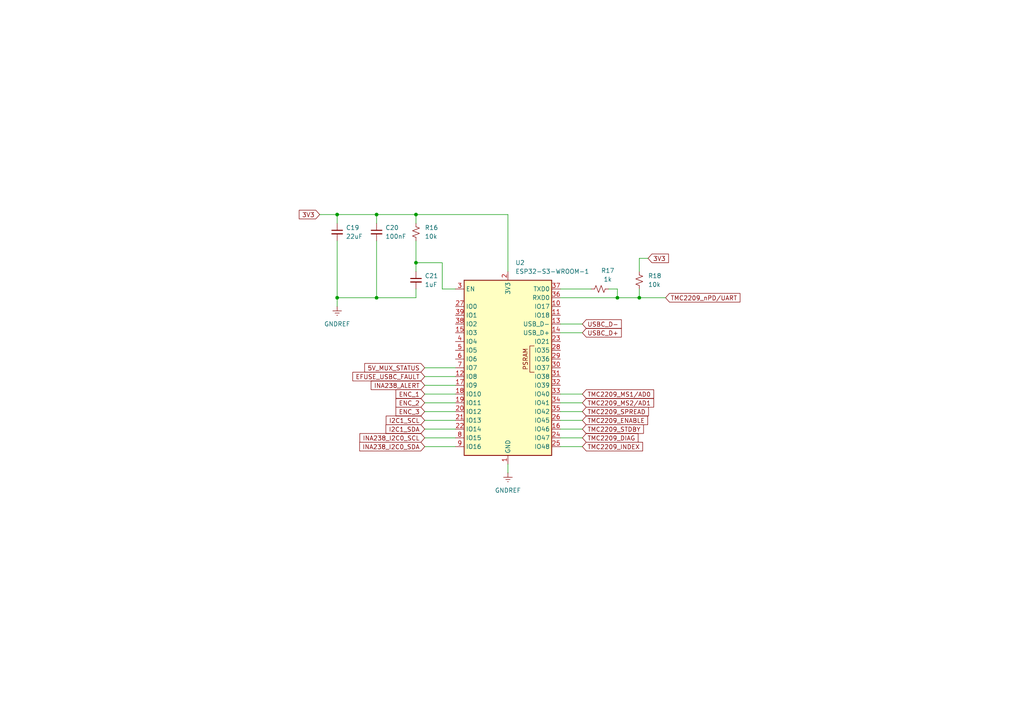
<source format=kicad_sch>
(kicad_sch (version 20250114) (generator "eeschema") (generator_version "9.0")
  (paper "A4")
  (lib_symbols
    (symbol "Device:C_Small" (pin_numbers (hide yes)) (pin_names (offset 0.254) (hide yes))
      (property "Reference" "C" (at 0.254 1.778 0))
      (property "Value" "C_Small" (at 0.254 -2.032 0))
      (symbol "C_Small_0_1"
        (polyline (pts (xy -1.524 0.508) (xy 1.524 0.508)) (stroke (width 0.3048)))
        (polyline (pts (xy -1.524 -0.508) (xy 1.524 -0.508)) (stroke (width 0.3302)))
      )
      (symbol "C_Small_1_1"
        (pin passive line (at 0 2.54 270) (length 2.032) (name "~") (number "1"))
        (pin passive line (at 0 -2.54 90) (length 2.032) (name "~") (number "2"))
      )
    )
    (symbol "Device:R_Small_US" (pin_numbers (hide yes)) (pin_names (offset 0.254) (hide yes))
      (property "Reference" "R" (at 0.762 0.508 0))
      (property "Value" "R_Small_US" (at 0.762 -1.016 0))
      (symbol "R_Small_US_1_1"
        (polyline (pts (xy 0 1.524) (xy 1.016 1.143) (xy 0 0.762) (xy -1.016 0.381) (xy 0 0)))
        (polyline (pts (xy 0 0) (xy 1.016 -0.381) (xy 0 -0.762) (xy -1.016 -1.143) (xy 0 -1.524)))
        (pin passive line (at 0 2.54 270) (length 1.016) (name "~") (number "1"))
        (pin passive line (at 0 -2.54 90) (length 1.016) (name "~") (number "2"))
      )
    )
    (symbol "RF_Module:ESP32-S3-WROOM-1"
      (property "Reference" "U" (at -12.7 26.67 0))
      (property "Value" "ESP32-S3-WROOM-1" (at 12.7 26.67 0))
      (symbol "ESP32-S3-WROOM-1_0_0"
        (rectangle (start -12.7 25.4) (end 12.7 -25.4) (stroke (width 0.254)) (fill (type background)))
        (text "PSRAM" (at 5.08 2.54 900) (effects (font (size 1.27 1.27))))
      )
      (symbol "ESP32-S3-WROOM-1_0_1"
        (polyline (pts (xy 7.62 -1.27) (xy 6.35 -1.27) (xy 6.35 6.35) (xy 7.62 6.35)))
      )
      (symbol "ESP32-S3-WROOM-1_1_1"
        (pin input line (at -15.24 22.86 0) (length 2.54) (name "EN") (number "3"))
        (pin bidirectional line (at -15.24 17.78 0) (length 2.54) (name "IO0") (number "27"))
        (pin bidirectional line (at -15.24 15.24 0) (length 2.54) (name "IO1") (number "39"))
        (pin bidirectional line (at -15.24 12.7 0) (length 2.54) (name "IO2") (number "38"))
        (pin bidirectional line (at -15.24 10.16 0) (length 2.54) (name "IO3") (number "15"))
        (pin bidirectional line (at -15.24 7.62 0) (length 2.54) (name "IO4") (number "4"))
        (pin bidirectional line (at -15.24 5.08 0) (length 2.54) (name "IO5") (number "5"))
        (pin bidirectional line (at -15.24 2.54 0) (length 2.54) (name "IO6") (number "6"))
        (pin bidirectional line (at -15.24 0 0) (length 2.54) (name "IO7") (number "7"))
        (pin bidirectional line (at -15.24 -2.54 0) (length 2.54) (name "IO8") (number "12"))
        (pin bidirectional line (at -15.24 -5.08 0) (length 2.54) (name "IO9") (number "17"))
        (pin bidirectional line (at -15.24 -7.62 0) (length 2.54) (name "IO10") (number "18"))
        (pin bidirectional line (at -15.24 -10.16 0) (length 2.54) (name "IO11") (number "19"))
        (pin bidirectional line (at -15.24 -12.7 0) (length 2.54) (name "IO12") (number "20"))
        (pin bidirectional line (at -15.24 -15.24 0) (length 2.54) (name "IO13") (number "21"))
        (pin bidirectional line (at -15.24 -17.78 0) (length 2.54) (name "IO14") (number "22"))
        (pin bidirectional line (at -15.24 -20.32 0) (length 2.54) (name "IO15") (number "8"))
        (pin bidirectional line (at -15.24 -22.86 0) (length 2.54) (name "IO16") (number "9"))
        (pin power_in line (at 0 27.94 270) (length 2.54) (name "3V3") (number "2"))
        (pin power_in line (at 0 -27.94 90) (length 2.54) (name "GND") (number "1"))
        (pin passive line (at 0 -27.94 90) (length 2.54) (hide yes) (name "GND") (number "40"))
        (pin passive line (at 0 -27.94 90) (length 2.54) (hide yes) (name "GND") (number "41"))
        (pin bidirectional line (at 15.24 22.86 180) (length 2.54) (name "TXD0") (number "37"))
        (pin bidirectional line (at 15.24 20.32 180) (length 2.54) (name "RXD0") (number "36"))
        (pin bidirectional line (at 15.24 17.78 180) (length 2.54) (name "IO17") (number "10"))
        (pin bidirectional line (at 15.24 15.24 180) (length 2.54) (name "IO18") (number "11"))
        (pin bidirectional line (at 15.24 12.7 180) (length 2.54) (name "USB_D-") (number "13"))
        (pin bidirectional line (at 15.24 10.16 180) (length 2.54) (name "USB_D+") (number "14"))
        (pin bidirectional line (at 15.24 7.62 180) (length 2.54) (name "IO21") (number "23"))
        (pin bidirectional line (at 15.24 5.08 180) (length 2.54) (name "IO35") (number "28"))
        (pin bidirectional line (at 15.24 2.54 180) (length 2.54) (name "IO36") (number "29"))
        (pin bidirectional line (at 15.24 0 180) (length 2.54) (name "IO37") (number "30"))
        (pin bidirectional line (at 15.24 -2.54 180) (length 2.54) (name "IO38") (number "31"))
        (pin bidirectional line (at 15.24 -5.08 180) (length 2.54) (name "IO39") (number "32"))
        (pin bidirectional line (at 15.24 -7.62 180) (length 2.54) (name "IO40") (number "33"))
        (pin bidirectional line (at 15.24 -10.16 180) (length 2.54) (name "IO41") (number "34"))
        (pin bidirectional line (at 15.24 -12.7 180) (length 2.54) (name "IO42") (number "35"))
        (pin bidirectional line (at 15.24 -15.24 180) (length 2.54) (name "IO45") (number "26"))
        (pin bidirectional line (at 15.24 -17.78 180) (length 2.54) (name "IO46") (number "16"))
        (pin bidirectional line (at 15.24 -20.32 180) (length 2.54) (name "IO47") (number "24"))
        (pin bidirectional line (at 15.24 -22.86 180) (length 2.54) (name "IO48") (number "25"))
      )
    )
    (symbol "power:GNDREF" (power) (pin_numbers (hide yes)) (pin_names (offset 0) (hide yes))
      (property "Value" "GNDREF" (at 0 -3.81 0))
      (symbol "GNDREF_0_1"
        (polyline (pts (xy -0.635 -1.905) (xy 0.635 -1.905)))
        (polyline (pts (xy -0.127 -2.54) (xy 0.127 -2.54)))
        (polyline (pts (xy 0 -1.27) (xy 0 0)))
        (polyline (pts (xy 1.27 -1.27) (xy -1.27 -1.27)))
      )
      (symbol "GNDREF_1_1"
        (pin power_in line (at 0 0 270) (length 0) (name "~") (number "1"))
      )
    )
  )
  (junction (at 179.07 86.36))
  (junction (at 109.22 86.36))
  (junction (at 97.79 86.36))
  (junction (at 97.79 62.23))
  (junction (at 120.65 62.23))
  (junction (at 185.42 86.36))
  (junction (at 109.22 62.23))
  (junction (at 120.65 76.2))
  (wire (pts (xy 123.19 119.38) (xy 132.08 119.38)))
  (wire (pts (xy 123.19 114.3) (xy 132.08 114.3)))
  (wire (pts (xy 162.56 83.82) (xy 171.45 83.82)))
  (wire (pts (xy 92.71 62.23) (xy 97.79 62.23)))
  (wire (pts (xy 185.42 86.36) (xy 179.07 86.36)))
  (wire (pts (xy 97.79 86.36) (xy 97.79 88.9)))
  (wire (pts (xy 168.91 121.92) (xy 162.56 121.92)))
  (wire (pts (xy 162.56 86.36) (xy 179.07 86.36)))
  (wire (pts (xy 97.79 62.23) (xy 109.22 62.23)))
  (wire (pts (xy 185.42 74.93) (xy 185.42 78.74)))
  (wire (pts (xy 128.27 76.2) (xy 128.27 83.82)))
  (wire (pts (xy 123.19 106.68) (xy 132.08 106.68)))
  (wire (pts (xy 120.65 86.36) (xy 109.22 86.36)))
  (wire (pts (xy 168.91 124.46) (xy 162.56 124.46)))
  (wire (pts (xy 123.19 121.92) (xy 132.08 121.92)))
  (wire (pts (xy 128.27 83.82) (xy 132.08 83.82)))
  (wire (pts (xy 120.65 62.23) (xy 120.65 64.77)))
  (wire (pts (xy 168.91 114.3) (xy 162.56 114.3)))
  (wire (pts (xy 123.19 127) (xy 132.08 127)))
  (wire (pts (xy 120.65 62.23) (xy 147.32 62.23)))
  (wire (pts (xy 120.65 76.2) (xy 120.65 78.74)))
  (wire (pts (xy 109.22 62.23) (xy 109.22 64.77)))
  (wire (pts (xy 97.79 86.36) (xy 109.22 86.36)))
  (wire (pts (xy 168.91 93.98) (xy 162.56 93.98)))
  (wire (pts (xy 109.22 62.23) (xy 120.65 62.23)))
  (wire (pts (xy 123.19 111.76) (xy 132.08 111.76)))
  (wire (pts (xy 179.07 86.36) (xy 179.07 83.82)))
  (wire (pts (xy 123.19 109.22) (xy 132.08 109.22)))
  (wire (pts (xy 120.65 83.82) (xy 120.65 86.36)))
  (wire (pts (xy 109.22 86.36) (xy 109.22 69.85)))
  (wire (pts (xy 97.79 69.85) (xy 97.79 86.36)))
  (wire (pts (xy 168.91 127) (xy 162.56 127)))
  (wire (pts (xy 185.42 86.36) (xy 193.04 86.36)))
  (wire (pts (xy 147.32 137.16) (xy 147.32 134.62)))
  (wire (pts (xy 147.32 62.23) (xy 147.32 78.74)))
  (wire (pts (xy 179.07 83.82) (xy 176.53 83.82)))
  (wire (pts (xy 97.79 62.23) (xy 97.79 64.77)))
  (wire (pts (xy 168.91 96.52) (xy 162.56 96.52)))
  (wire (pts (xy 168.91 119.38) (xy 162.56 119.38)))
  (wire (pts (xy 168.91 116.84) (xy 162.56 116.84)))
  (wire (pts (xy 168.91 129.54) (xy 162.56 129.54)))
  (wire (pts (xy 187.96 74.93) (xy 185.42 74.93)))
  (wire (pts (xy 120.65 69.85) (xy 120.65 76.2)))
  (wire (pts (xy 123.19 116.84) (xy 132.08 116.84)))
  (wire (pts (xy 123.19 124.46) (xy 132.08 124.46)))
  (wire (pts (xy 185.42 83.82) (xy 185.42 86.36)))
  (wire (pts (xy 120.65 76.2) (xy 128.27 76.2)))
  (wire (pts (xy 123.19 129.54) (xy 132.08 129.54)))
  (global_label "INA238_I2C0_SDA" (shape input) (at 123.19 129.54 180) (property "Intersheetrefs" "${INTERSHEET_REFS}" (effects (hide yes))))
  (global_label "5V_MUX_STATUS" (shape input) (at 123.19 106.68 180) (property "Intersheetrefs" "${INTERSHEET_REFS}" (effects (hide yes))))
  (global_label "TMC2209_nPD{slash}UART" (shape input) (at 193.04 86.36 0) (property "Intersheetrefs" "${INTERSHEET_REFS}" (effects (hide yes))))
  (global_label "ENC_3" (shape input) (at 123.19 119.38 180) (property "Intersheetrefs" "${INTERSHEET_REFS}" (effects (hide yes))))
  (global_label "USBC_D+" (shape input) (at 168.91 96.52 0) (property "Intersheetrefs" "${INTERSHEET_REFS}" (effects (hide yes))))
  (global_label "I2C1_SDA" (shape input) (at 123.19 124.46 180) (property "Intersheetrefs" "${INTERSHEET_REFS}" (effects (hide yes))))
  (global_label "3V3" (shape input) (at 92.71 62.23 180) (property "Intersheetrefs" "${INTERSHEET_REFS}" (effects (hide yes))))
  (global_label "TMC2209_ENABLE" (shape input) (at 168.91 121.92 0) (property "Intersheetrefs" "${INTERSHEET_REFS}" (effects (hide yes))))
  (global_label "ENC_1" (shape input) (at 123.19 114.3 180) (property "Intersheetrefs" "${INTERSHEET_REFS}" (effects (hide yes))))
  (global_label "INA238_ALERT" (shape input) (at 123.19 111.76 180) (property "Intersheetrefs" "${INTERSHEET_REFS}" (effects (hide yes))))
  (global_label "TMC2209_DIAG" (shape input) (at 168.91 127 0) (property "Intersheetrefs" "${INTERSHEET_REFS}" (effects (hide yes))))
  (global_label "TMC2209_STDBY" (shape input) (at 168.91 124.46 0) (property "Intersheetrefs" "${INTERSHEET_REFS}" (effects (hide yes))))
  (global_label "I2C1_SCL" (shape input) (at 123.19 121.92 180) (property "Intersheetrefs" "${INTERSHEET_REFS}" (effects (hide yes))))
  (global_label "INA238_I2C0_SCL" (shape input) (at 123.19 127 180) (property "Intersheetrefs" "${INTERSHEET_REFS}" (effects (hide yes))))
  (global_label "TMC2209_MS2{slash}AD1" (shape input) (at 168.91 116.84 0) (property "Intersheetrefs" "${INTERSHEET_REFS}" (effects (hide yes))))
  (global_label "TMC2209_SPREAD" (shape input) (at 168.91 119.38 0) (property "Intersheetrefs" "${INTERSHEET_REFS}" (effects (hide yes))))
  (global_label "3V3" (shape input) (at 187.96 74.93 0) (property "Intersheetrefs" "${INTERSHEET_REFS}" (effects (hide yes))))
  (global_label "ENC_2" (shape input) (at 123.19 116.84 180) (property "Intersheetrefs" "${INTERSHEET_REFS}" (effects (hide yes))))
  (global_label "TMC2209_INDEX" (shape input) (at 168.91 129.54 0) (property "Intersheetrefs" "${INTERSHEET_REFS}" (effects (hide yes))))
  (global_label "TMC2209_MS1{slash}AD0" (shape input) (at 168.91 114.3 0) (property "Intersheetrefs" "${INTERSHEET_REFS}" (effects (hide yes))))
  (global_label "USBC_D-" (shape input) (at 168.91 93.98 0) (property "Intersheetrefs" "${INTERSHEET_REFS}" (effects (hide yes))))
  (global_label "EFUSE_USBC_FAULT" (shape input) (at 123.19 109.22 180) (property "Intersheetrefs" "${INTERSHEET_REFS}" (effects (hide yes))))
  (symbol (lib_id "Device:R_Small_US") (at 185.42 81.28 0) (unit 1)
    (property "Reference" "R18" (at 187.96 80.0099 0) (effects (justify left)))
    (property "Value" "10k" (at 187.96 82.5499 0) (effects (justify left)))
    (property "Description" "Resistor, small US symbol" (effects (hide yes)))
  )
  (symbol (lib_id "Device:C_Small") (at 109.22 67.31 0) (unit 1)
    (property "Reference" "C20" (at 111.76 66.0462 0) (effects (justify left)))
    (property "Value" "100nF" (at 111.76 68.5862 0) (effects (justify left)))
    (property "Description" "Unpolarized capacitor, small symbol" (effects (hide yes)))
  )
  (symbol (lib_id "Device:C_Small") (at 120.65 81.28 0) (unit 1)
    (property "Reference" "C21" (at 123.19 80.0162 0) (effects (justify left)))
    (property "Value" "1uF" (at 123.19 82.5562 0) (effects (justify left)))
    (property "Description" "Unpolarized capacitor, small symbol" (effects (hide yes)))
  )
  (symbol (lib_id "RF_Module:ESP32-S3-WROOM-1") (at 147.32 106.68 0) (unit 1)
    (property "Reference" "U2" (at 149.4633 76.2 0) (effects (justify left)))
    (property "Value" "ESP32-S3-WROOM-1" (at 149.4633 78.74 0) (effects (justify left)))
    (property "Footprint" "RF_Module:ESP32-S3-WROOM-1" (effects (hide yes)))
    (property "Datasheet" "https://www.espressif.com/sites/default/files/documentation/esp32-s3-wroom-1_wroom-1u_datasheet_en.pdf" (effects (hide yes)))
    (property "Description" "RF Module, ESP32-S3 SoC, Wi-Fi 802.11b/g/n, Bluetooth, BLE, 32-bit, 3.3V, onboard antenna, SMD" (effects (hide yes)))
  )
  (symbol (lib_id "Device:R_Small_US") (at 173.99 83.82 90) (unit 1)
    (property "Reference" "R17" (at 176.276 78.486 90))
    (property "Value" "1k" (at 176.276 81.026 90))
    (property "Description" "Resistor, small US symbol" (effects (hide yes)))
  )
  (symbol (lib_id "power:GNDREF") (at 97.79 88.9 0) (unit 1)
    (property "Reference" "#PWR014" (effects (hide yes)))
    (property "Value" "GNDREF" (at 97.79 93.98 0))
    (property "Description" "Power symbol creates a global label with name \"GNDREF\" , reference supply ground" (effects (hide yes)))
  )
  (symbol (lib_id "Device:C_Small") (at 97.79 67.31 0) (unit 1)
    (property "Reference" "C19" (at 100.33 66.0462 0) (effects (justify left)))
    (property "Value" "22uF" (at 100.33 68.5862 0) (effects (justify left)))
    (property "Description" "Unpolarized capacitor, small symbol" (effects (hide yes)))
  )
  (symbol (lib_id "power:GNDREF") (at 147.32 137.16 0) (unit 1)
    (property "Reference" "#PWR013" (effects (hide yes)))
    (property "Value" "GNDREF" (at 147.32 142.24 0))
    (property "Description" "Power symbol creates a global label with name \"GNDREF\" , reference supply ground" (effects (hide yes)))
  )
  (symbol (lib_id "Device:R_Small_US") (at 120.65 67.31 0) (unit 1)
    (property "Reference" "R16" (at 123.19 66.0399 0) (effects (justify left)))
    (property "Value" "10k" (at 123.19 68.5799 0) (effects (justify left)))
    (property "Description" "Resistor, small US symbol" (effects (hide yes)))
  )
)
</source>
